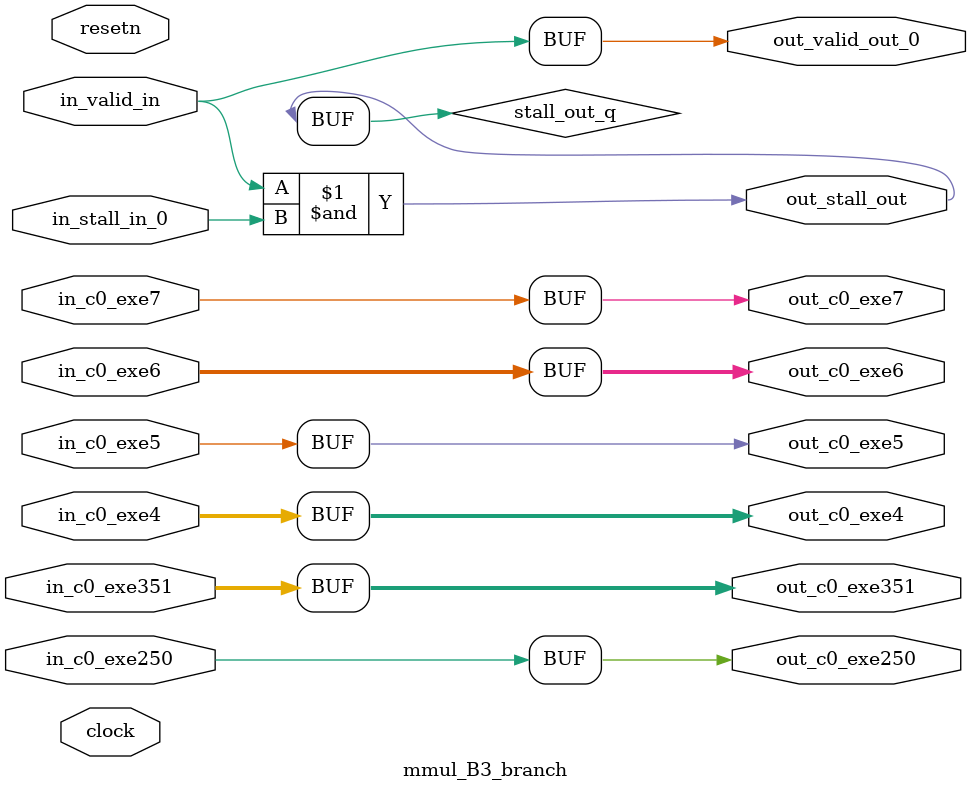
<source format=sv>



(* altera_attribute = "-name AUTO_SHIFT_REGISTER_RECOGNITION OFF; -name MESSAGE_DISABLE 10036; -name MESSAGE_DISABLE 10037; -name MESSAGE_DISABLE 14130; -name MESSAGE_DISABLE 14320; -name MESSAGE_DISABLE 15400; -name MESSAGE_DISABLE 14130; -name MESSAGE_DISABLE 10036; -name MESSAGE_DISABLE 12020; -name MESSAGE_DISABLE 12030; -name MESSAGE_DISABLE 12010; -name MESSAGE_DISABLE 12110; -name MESSAGE_DISABLE 14320; -name MESSAGE_DISABLE 13410; -name MESSAGE_DISABLE 113007; -name MESSAGE_DISABLE 10958" *)
module mmul_B3_branch (
    input wire [0:0] in_c0_exe250,
    input wire [31:0] in_c0_exe351,
    input wire [31:0] in_c0_exe4,
    input wire [0:0] in_c0_exe5,
    input wire [31:0] in_c0_exe6,
    input wire [0:0] in_c0_exe7,
    input wire [0:0] in_stall_in_0,
    input wire [0:0] in_valid_in,
    output wire [0:0] out_c0_exe250,
    output wire [31:0] out_c0_exe351,
    output wire [31:0] out_c0_exe4,
    output wire [0:0] out_c0_exe5,
    output wire [31:0] out_c0_exe6,
    output wire [0:0] out_c0_exe7,
    output wire [0:0] out_stall_out,
    output wire [0:0] out_valid_out_0,
    input wire clock,
    input wire resetn
    );

    wire [0:0] stall_out_q;


    // out_c0_exe250(GPOUT,10)
    assign out_c0_exe250 = in_c0_exe250;

    // out_c0_exe351(GPOUT,11)
    assign out_c0_exe351 = in_c0_exe351;

    // out_c0_exe4(GPOUT,12)
    assign out_c0_exe4 = in_c0_exe4;

    // out_c0_exe5(GPOUT,13)
    assign out_c0_exe5 = in_c0_exe5;

    // out_c0_exe6(GPOUT,14)
    assign out_c0_exe6 = in_c0_exe6;

    // out_c0_exe7(GPOUT,15)
    assign out_c0_exe7 = in_c0_exe7;

    // stall_out(LOGICAL,18)
    assign stall_out_q = in_valid_in & in_stall_in_0;

    // out_stall_out(GPOUT,16)
    assign out_stall_out = stall_out_q;

    // out_valid_out_0(GPOUT,17)
    assign out_valid_out_0 = in_valid_in;

endmodule

</source>
